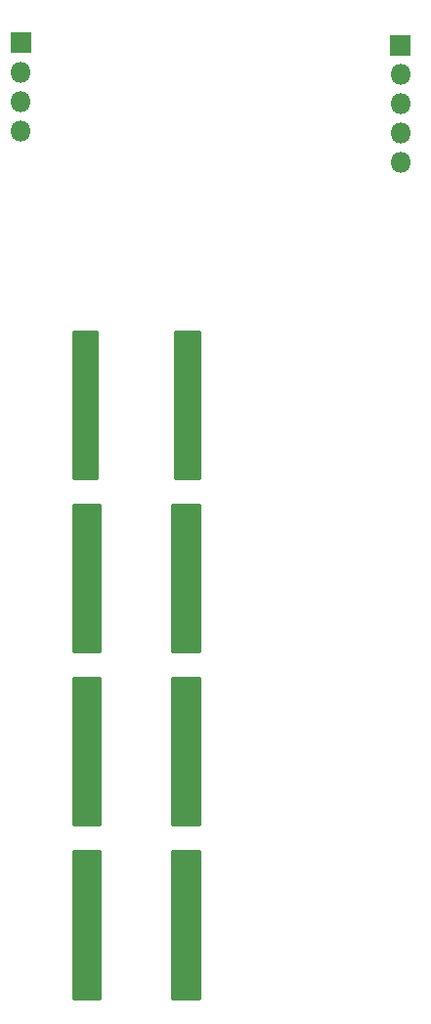
<source format=gbr>
G04 #@! TF.GenerationSoftware,KiCad,Pcbnew,(5.1.9)-1*
G04 #@! TF.CreationDate,2021-06-08T15:39:04+02:00*
G04 #@! TF.ProjectId,TempSpike,54656d70-5370-4696-9b65-2e6b69636164,rev?*
G04 #@! TF.SameCoordinates,Original*
G04 #@! TF.FileFunction,Soldermask,Bot*
G04 #@! TF.FilePolarity,Negative*
%FSLAX46Y46*%
G04 Gerber Fmt 4.6, Leading zero omitted, Abs format (unit mm)*
G04 Created by KiCad (PCBNEW (5.1.9)-1) date 2021-06-08 15:39:04*
%MOMM*%
%LPD*%
G01*
G04 APERTURE LIST*
%ADD10O,1.802000X1.802000*%
%ADD11C,0.254000*%
%ADD12C,0.100000*%
G04 APERTURE END LIST*
G36*
G01*
X142101000Y-43006000D02*
X142101000Y-41306000D01*
G75*
G02*
X142152000Y-41255000I51000J0D01*
G01*
X143852000Y-41255000D01*
G75*
G02*
X143903000Y-41306000I0J-51000D01*
G01*
X143903000Y-43006000D01*
G75*
G02*
X143852000Y-43057000I-51000J0D01*
G01*
X142152000Y-43057000D01*
G75*
G02*
X142101000Y-43006000I0J51000D01*
G01*
G37*
D10*
X143002000Y-44696000D03*
X143002000Y-47236000D03*
X143002000Y-49776000D03*
G36*
G01*
X174994000Y-43244000D02*
X174994000Y-41544000D01*
G75*
G02*
X175045000Y-41493000I51000J0D01*
G01*
X176745000Y-41493000D01*
G75*
G02*
X176796000Y-41544000I0J-51000D01*
G01*
X176796000Y-43244000D01*
G75*
G02*
X176745000Y-43295000I-51000J0D01*
G01*
X175045000Y-43295000D01*
G75*
G02*
X174994000Y-43244000I0J51000D01*
G01*
G37*
X175895000Y-44934000D03*
X175895000Y-47474000D03*
X175895000Y-50014000D03*
X175895000Y-52554000D03*
D11*
X149873000Y-124873000D02*
X147527000Y-124873000D01*
X147527000Y-112127000D01*
X149873000Y-112127000D01*
X149873000Y-124873000D01*
D12*
G36*
X149873000Y-124873000D02*
G01*
X147527000Y-124873000D01*
X147527000Y-112127000D01*
X149873000Y-112127000D01*
X149873000Y-124873000D01*
G37*
D11*
X149573000Y-79873000D02*
X147527000Y-79873000D01*
X147527000Y-67127000D01*
X149573000Y-67127000D01*
X149573000Y-79873000D01*
D12*
G36*
X149573000Y-79873000D02*
G01*
X147527000Y-79873000D01*
X147527000Y-67127000D01*
X149573000Y-67127000D01*
X149573000Y-79873000D01*
G37*
D11*
X149873000Y-94873000D02*
X147527000Y-94873000D01*
X147527000Y-82127000D01*
X149873000Y-82127000D01*
X149873000Y-94873000D01*
D12*
G36*
X149873000Y-94873000D02*
G01*
X147527000Y-94873000D01*
X147527000Y-82127000D01*
X149873000Y-82127000D01*
X149873000Y-94873000D01*
G37*
D11*
X149873000Y-109873000D02*
X147527000Y-109873000D01*
X147527000Y-97127000D01*
X149873000Y-97127000D01*
X149873000Y-109873000D01*
D12*
G36*
X149873000Y-109873000D02*
G01*
X147527000Y-109873000D01*
X147527000Y-97127000D01*
X149873000Y-97127000D01*
X149873000Y-109873000D01*
G37*
D11*
X158473000Y-124873000D02*
X156127000Y-124873000D01*
X156127000Y-112127000D01*
X158473000Y-112127000D01*
X158473000Y-124873000D01*
D12*
G36*
X158473000Y-124873000D02*
G01*
X156127000Y-124873000D01*
X156127000Y-112127000D01*
X158473000Y-112127000D01*
X158473000Y-124873000D01*
G37*
D11*
X158473000Y-109873000D02*
X156127000Y-109873000D01*
X156127000Y-97127000D01*
X158473000Y-97127000D01*
X158473000Y-109873000D01*
D12*
G36*
X158473000Y-109873000D02*
G01*
X156127000Y-109873000D01*
X156127000Y-97127000D01*
X158473000Y-97127000D01*
X158473000Y-109873000D01*
G37*
D11*
X158473000Y-94873000D02*
X156127000Y-94873000D01*
X156127000Y-82127000D01*
X158473000Y-82127000D01*
X158473000Y-94873000D01*
D12*
G36*
X158473000Y-94873000D02*
G01*
X156127000Y-94873000D01*
X156127000Y-82127000D01*
X158473000Y-82127000D01*
X158473000Y-94873000D01*
G37*
D11*
X158473000Y-79873000D02*
X156327000Y-79873000D01*
X156327000Y-67127000D01*
X158473000Y-67127000D01*
X158473000Y-79873000D01*
D12*
G36*
X158473000Y-79873000D02*
G01*
X156327000Y-79873000D01*
X156327000Y-67127000D01*
X158473000Y-67127000D01*
X158473000Y-79873000D01*
G37*
M02*

</source>
